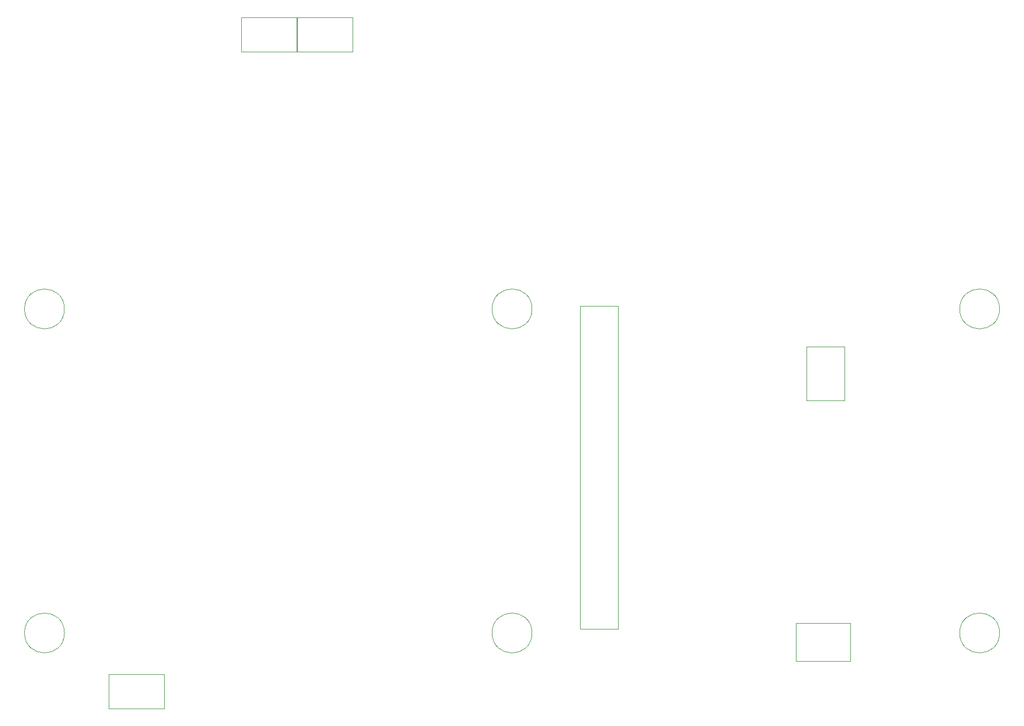
<source format=gbr>
%TF.GenerationSoftware,KiCad,Pcbnew,7.0.9-7.0.9~ubuntu23.04.1*%
%TF.CreationDate,2023-12-04T22:03:06+00:00*%
%TF.ProjectId,pedalboard-hw,70656461-6c62-46f6-9172-642d68772e6b,3.1.0*%
%TF.SameCoordinates,Original*%
%TF.FileFunction,Other,User*%
%FSLAX46Y46*%
G04 Gerber Fmt 4.6, Leading zero omitted, Abs format (unit mm)*
G04 Created by KiCad (PCBNEW 7.0.9-7.0.9~ubuntu23.04.1) date 2023-12-04 22:03:06*
%MOMM*%
%LPD*%
G01*
G04 APERTURE LIST*
%ADD10C,0.050000*%
G04 APERTURE END LIST*
D10*
%TO.C,H13*%
X33200000Y-119000000D02*
G75*
G03*
X33200000Y-119000000I-3200000J0D01*
G01*
%TO.C,H9*%
X108200000Y-67000000D02*
G75*
G03*
X108200000Y-67000000I-3200000J0D01*
G01*
%TO.C,H10*%
X33200000Y-67000000D02*
G75*
G03*
X33200000Y-67000000I-3200000J0D01*
G01*
%TO.C,H8*%
X183200000Y-67000000D02*
G75*
G03*
X183200000Y-67000000I-3200000J0D01*
G01*
%TO.C,H12*%
X108200000Y-119000000D02*
G75*
G03*
X108200000Y-119000000I-3200000J0D01*
G01*
%TO.C,J25*%
X70510000Y-20190000D02*
X79410000Y-20190000D01*
X70510000Y-25690000D02*
X70510000Y-20190000D01*
X79410000Y-20190000D02*
X79410000Y-25690000D01*
X79410000Y-25690000D02*
X70510000Y-25690000D01*
%TO.C,J28*%
X49210000Y-131130000D02*
X40310000Y-131130000D01*
X49210000Y-125630000D02*
X49210000Y-131130000D01*
X40310000Y-131130000D02*
X40310000Y-125630000D01*
X40310000Y-125630000D02*
X49210000Y-125630000D01*
%TO.C,H11*%
X183200000Y-119000000D02*
G75*
G03*
X183200000Y-119000000I-3200000J0D01*
G01*
%TO.C,J27*%
X159230000Y-123490600D02*
X150580000Y-123490600D01*
X159230000Y-117390600D02*
X159230000Y-123490600D01*
X158315000Y-81695600D02*
X152215000Y-81695600D01*
X158315000Y-73045600D02*
X158315000Y-81695600D01*
X152215000Y-81695600D02*
X152215000Y-73045600D01*
X152215000Y-73045600D02*
X158315000Y-73045600D01*
X150580000Y-123490600D02*
X150580000Y-117390600D01*
X150580000Y-117390600D02*
X159230000Y-117390600D01*
X122010000Y-118375600D02*
X115910000Y-118375600D01*
X122010000Y-66575600D02*
X122010000Y-118375600D01*
X115910000Y-118375600D02*
X115910000Y-66575600D01*
X115910000Y-66575600D02*
X122010000Y-66575600D01*
%TO.C,J26*%
X61580000Y-20200000D02*
X70480000Y-20200000D01*
X61580000Y-25700000D02*
X61580000Y-20200000D01*
X70480000Y-20200000D02*
X70480000Y-25700000D01*
X70480000Y-25700000D02*
X61580000Y-25700000D01*
%TD*%
M02*

</source>
